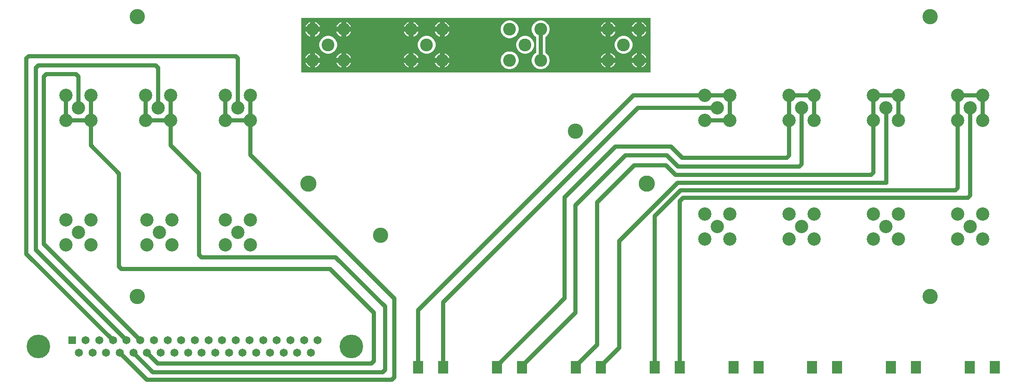
<source format=gbl>
G04*
G04 #@! TF.GenerationSoftware,Altium Limited,Altium Designer,24.1.2 (44)*
G04*
G04 Layer_Physical_Order=2*
G04 Layer_Color=16711680*
%FSLAX43Y43*%
%MOMM*%
G71*
G04*
G04 #@! TF.SameCoordinates,824917EC-EC0E-457F-9D36-E806AB631C10*
G04*
G04*
G04 #@! TF.FilePolarity,Positive*
G04*
G01*
G75*
%ADD22C,0.854*%
%ADD23C,3.100*%
%ADD24C,3.300*%
%ADD25C,2.700*%
%ADD26C,2.600*%
%ADD27R,1.650X1.650*%
%ADD28C,1.650*%
%ADD29C,4.800*%
%ADD30R,2.000X2.500*%
G36*
X127635Y63373D02*
X56769D01*
Y74422D01*
X127635D01*
Y63373D01*
D02*
G37*
%LPC*%
G36*
X125824Y73586D02*
Y72611D01*
X126799D01*
X126701Y72847D01*
X126531Y73102D01*
X126315Y73318D01*
X126060Y73488D01*
X125824Y73586D01*
D02*
G37*
G36*
X124824D02*
X124588Y73488D01*
X124333Y73318D01*
X124117Y73102D01*
X123947Y72847D01*
X123849Y72611D01*
X124824D01*
Y73586D01*
D02*
G37*
G36*
X119524D02*
Y72611D01*
X120499D01*
X120401Y72847D01*
X120231Y73102D01*
X120015Y73318D01*
X119760Y73488D01*
X119524Y73586D01*
D02*
G37*
G36*
X118524D02*
X118288Y73488D01*
X118033Y73318D01*
X117817Y73102D01*
X117647Y72847D01*
X117549Y72611D01*
X118524D01*
Y73586D01*
D02*
G37*
G36*
X85861D02*
Y72611D01*
X86836D01*
X86738Y72847D01*
X86568Y73102D01*
X86352Y73318D01*
X86097Y73488D01*
X85861Y73586D01*
D02*
G37*
G36*
X84861D02*
X84625Y73488D01*
X84371Y73318D01*
X84154Y73102D01*
X83984Y72847D01*
X83886Y72611D01*
X84861D01*
Y73586D01*
D02*
G37*
G36*
X79561D02*
Y72611D01*
X80536D01*
X80438Y72847D01*
X80268Y73102D01*
X80052Y73318D01*
X79797Y73488D01*
X79561Y73586D01*
D02*
G37*
G36*
X78561D02*
X78325Y73488D01*
X78071Y73318D01*
X77854Y73102D01*
X77684Y72847D01*
X77586Y72611D01*
X78561D01*
Y73586D01*
D02*
G37*
G36*
X65880D02*
Y72611D01*
X66855D01*
X66757Y72847D01*
X66587Y73102D01*
X66371Y73318D01*
X66116Y73488D01*
X65880Y73586D01*
D02*
G37*
G36*
X64880D02*
X64644Y73488D01*
X64389Y73318D01*
X64173Y73102D01*
X64003Y72847D01*
X63905Y72611D01*
X64880D01*
Y73586D01*
D02*
G37*
G36*
X59580D02*
Y72611D01*
X60555D01*
X60457Y72847D01*
X60287Y73102D01*
X60071Y73318D01*
X59816Y73488D01*
X59580Y73586D01*
D02*
G37*
G36*
X58580D02*
X58344Y73488D01*
X58089Y73318D01*
X57873Y73102D01*
X57703Y72847D01*
X57605Y72611D01*
X58580D01*
Y73586D01*
D02*
G37*
G36*
X126799Y71611D02*
X125824D01*
Y70636D01*
X126060Y70734D01*
X126315Y70904D01*
X126531Y71120D01*
X126701Y71375D01*
X126799Y71611D01*
D02*
G37*
G36*
X124824D02*
X123849D01*
X123947Y71375D01*
X124117Y71120D01*
X124333Y70904D01*
X124588Y70734D01*
X124824Y70636D01*
Y71611D01*
D02*
G37*
G36*
X120499D02*
X119524D01*
Y70636D01*
X119760Y70734D01*
X120015Y70904D01*
X120231Y71120D01*
X120401Y71375D01*
X120499Y71611D01*
D02*
G37*
G36*
X118524D02*
X117549D01*
X117647Y71375D01*
X117817Y71120D01*
X118033Y70904D01*
X118288Y70734D01*
X118524Y70636D01*
Y71611D01*
D02*
G37*
G36*
X86836D02*
X85861D01*
Y70636D01*
X86097Y70734D01*
X86352Y70904D01*
X86568Y71120D01*
X86738Y71375D01*
X86836Y71611D01*
D02*
G37*
G36*
X84861D02*
X83886D01*
X83984Y71375D01*
X84154Y71120D01*
X84371Y70904D01*
X84625Y70734D01*
X84861Y70636D01*
Y71611D01*
D02*
G37*
G36*
X80536D02*
X79561D01*
Y70636D01*
X79797Y70734D01*
X80052Y70904D01*
X80268Y71120D01*
X80438Y71375D01*
X80536Y71611D01*
D02*
G37*
G36*
X78561D02*
X77586D01*
X77684Y71375D01*
X77854Y71120D01*
X78071Y70904D01*
X78325Y70734D01*
X78561Y70636D01*
Y71611D01*
D02*
G37*
G36*
X66855D02*
X65880D01*
Y70636D01*
X66116Y70734D01*
X66371Y70904D01*
X66587Y71120D01*
X66757Y71375D01*
X66855Y71611D01*
D02*
G37*
G36*
X64880D02*
X63905D01*
X64003Y71375D01*
X64173Y71120D01*
X64389Y70904D01*
X64644Y70734D01*
X64880Y70636D01*
Y71611D01*
D02*
G37*
G36*
X60555D02*
X59580D01*
Y70636D01*
X59816Y70734D01*
X60071Y70904D01*
X60287Y71120D01*
X60457Y71375D01*
X60555Y71611D01*
D02*
G37*
G36*
X58580D02*
X57605D01*
X57703Y71375D01*
X57873Y71120D01*
X58089Y70904D01*
X58344Y70734D01*
X58580Y70636D01*
Y71611D01*
D02*
G37*
G36*
X99220Y73911D02*
X98865D01*
X98518Y73842D01*
X98190Y73706D01*
X97895Y73509D01*
X97645Y73258D01*
X97448Y72964D01*
X97312Y72636D01*
X97243Y72288D01*
Y71934D01*
X97312Y71586D01*
X97448Y71258D01*
X97645Y70964D01*
X97895Y70713D01*
X98190Y70516D01*
X98518Y70380D01*
X98865Y70311D01*
X99220D01*
X99568Y70380D01*
X99895Y70516D01*
X100190Y70713D01*
X100441Y70964D01*
X100638Y71258D01*
X100773Y71586D01*
X100843Y71934D01*
Y72288D01*
X100773Y72636D01*
X100638Y72964D01*
X100441Y73258D01*
X100190Y73509D01*
X99895Y73706D01*
X99568Y73842D01*
X99220Y73911D01*
D02*
G37*
G36*
X122351Y70761D02*
X121997D01*
X121649Y70692D01*
X121321Y70556D01*
X121027Y70359D01*
X120776Y70108D01*
X120579Y69814D01*
X120443Y69486D01*
X120374Y69138D01*
Y68784D01*
X120443Y68436D01*
X120579Y68108D01*
X120776Y67814D01*
X121027Y67563D01*
X121321Y67366D01*
X121649Y67230D01*
X121997Y67161D01*
X122351D01*
X122699Y67230D01*
X123027Y67366D01*
X123321Y67563D01*
X123572Y67814D01*
X123769Y68108D01*
X123905Y68436D01*
X123974Y68784D01*
Y69138D01*
X123905Y69486D01*
X123769Y69814D01*
X123572Y70108D01*
X123321Y70359D01*
X123027Y70556D01*
X122699Y70692D01*
X122351Y70761D01*
D02*
G37*
G36*
X102370D02*
X102015D01*
X101668Y70692D01*
X101340Y70556D01*
X101045Y70359D01*
X100795Y70108D01*
X100598Y69814D01*
X100462Y69486D01*
X100393Y69138D01*
Y68784D01*
X100462Y68436D01*
X100598Y68108D01*
X100795Y67814D01*
X101045Y67563D01*
X101340Y67366D01*
X101668Y67230D01*
X102015Y67161D01*
X102370D01*
X102718Y67230D01*
X103045Y67366D01*
X103340Y67563D01*
X103591Y67814D01*
X103788Y68108D01*
X103923Y68436D01*
X103993Y68784D01*
Y69138D01*
X103923Y69486D01*
X103788Y69814D01*
X103591Y70108D01*
X103340Y70359D01*
X103045Y70556D01*
X102718Y70692D01*
X102370Y70761D01*
D02*
G37*
G36*
X82389D02*
X82034D01*
X81686Y70692D01*
X81359Y70556D01*
X81064Y70359D01*
X80813Y70108D01*
X80616Y69814D01*
X80480Y69486D01*
X80411Y69138D01*
Y68784D01*
X80480Y68436D01*
X80616Y68108D01*
X80813Y67814D01*
X81064Y67563D01*
X81359Y67366D01*
X81686Y67230D01*
X82034Y67161D01*
X82389D01*
X82736Y67230D01*
X83064Y67366D01*
X83359Y67563D01*
X83609Y67814D01*
X83806Y68108D01*
X83942Y68436D01*
X84011Y68784D01*
Y69138D01*
X83942Y69486D01*
X83806Y69814D01*
X83609Y70108D01*
X83359Y70359D01*
X83064Y70556D01*
X82736Y70692D01*
X82389Y70761D01*
D02*
G37*
G36*
X62407D02*
X62053D01*
X61705Y70692D01*
X61377Y70556D01*
X61083Y70359D01*
X60832Y70108D01*
X60635Y69814D01*
X60499Y69486D01*
X60430Y69138D01*
Y68784D01*
X60499Y68436D01*
X60635Y68108D01*
X60832Y67814D01*
X61083Y67563D01*
X61377Y67366D01*
X61705Y67230D01*
X62053Y67161D01*
X62407D01*
X62755Y67230D01*
X63083Y67366D01*
X63377Y67563D01*
X63628Y67814D01*
X63825Y68108D01*
X63961Y68436D01*
X64030Y68784D01*
Y69138D01*
X63961Y69486D01*
X63825Y69814D01*
X63628Y70108D01*
X63377Y70359D01*
X63083Y70556D01*
X62755Y70692D01*
X62407Y70761D01*
D02*
G37*
G36*
X125824Y67286D02*
Y66311D01*
X126799D01*
X126701Y66547D01*
X126531Y66802D01*
X126315Y67018D01*
X126060Y67188D01*
X125824Y67286D01*
D02*
G37*
G36*
X124824D02*
X124588Y67188D01*
X124333Y67018D01*
X124117Y66802D01*
X123947Y66547D01*
X123849Y66311D01*
X124824D01*
Y67286D01*
D02*
G37*
G36*
X119524D02*
Y66311D01*
X120499D01*
X120401Y66547D01*
X120231Y66802D01*
X120015Y67018D01*
X119760Y67188D01*
X119524Y67286D01*
D02*
G37*
G36*
X118524D02*
X118288Y67188D01*
X118033Y67018D01*
X117817Y66802D01*
X117647Y66547D01*
X117549Y66311D01*
X118524D01*
Y67286D01*
D02*
G37*
G36*
X85861D02*
Y66311D01*
X86836D01*
X86738Y66547D01*
X86568Y66802D01*
X86352Y67018D01*
X86097Y67188D01*
X85861Y67286D01*
D02*
G37*
G36*
X84861D02*
X84625Y67188D01*
X84371Y67018D01*
X84154Y66802D01*
X83984Y66547D01*
X83886Y66311D01*
X84861D01*
Y67286D01*
D02*
G37*
G36*
X79561D02*
Y66311D01*
X80536D01*
X80438Y66547D01*
X80268Y66802D01*
X80052Y67018D01*
X79797Y67188D01*
X79561Y67286D01*
D02*
G37*
G36*
X78561D02*
X78325Y67188D01*
X78071Y67018D01*
X77854Y66802D01*
X77684Y66547D01*
X77586Y66311D01*
X78561D01*
Y67286D01*
D02*
G37*
G36*
X65880D02*
Y66311D01*
X66855D01*
X66757Y66547D01*
X66587Y66802D01*
X66371Y67018D01*
X66116Y67188D01*
X65880Y67286D01*
D02*
G37*
G36*
X64880D02*
X64644Y67188D01*
X64389Y67018D01*
X64173Y66802D01*
X64003Y66547D01*
X63905Y66311D01*
X64880D01*
Y67286D01*
D02*
G37*
G36*
X59580D02*
Y66311D01*
X60555D01*
X60457Y66547D01*
X60287Y66802D01*
X60071Y67018D01*
X59816Y67188D01*
X59580Y67286D01*
D02*
G37*
G36*
X58580D02*
X58344Y67188D01*
X58089Y67018D01*
X57873Y66802D01*
X57703Y66547D01*
X57605Y66311D01*
X58580D01*
Y67286D01*
D02*
G37*
G36*
X126799Y65311D02*
X125824D01*
Y64336D01*
X126060Y64434D01*
X126315Y64604D01*
X126531Y64820D01*
X126701Y65075D01*
X126799Y65311D01*
D02*
G37*
G36*
X124824D02*
X123849D01*
X123947Y65075D01*
X124117Y64820D01*
X124333Y64604D01*
X124588Y64434D01*
X124824Y64336D01*
Y65311D01*
D02*
G37*
G36*
X120499D02*
X119524D01*
Y64336D01*
X119760Y64434D01*
X120015Y64604D01*
X120231Y64820D01*
X120401Y65075D01*
X120499Y65311D01*
D02*
G37*
G36*
X118524D02*
X117549D01*
X117647Y65075D01*
X117817Y64820D01*
X118033Y64604D01*
X118288Y64434D01*
X118524Y64336D01*
Y65311D01*
D02*
G37*
G36*
X86836D02*
X85861D01*
Y64336D01*
X86097Y64434D01*
X86352Y64604D01*
X86568Y64820D01*
X86738Y65075D01*
X86836Y65311D01*
D02*
G37*
G36*
X84861D02*
X83886D01*
X83984Y65075D01*
X84154Y64820D01*
X84371Y64604D01*
X84625Y64434D01*
X84861Y64336D01*
Y65311D01*
D02*
G37*
G36*
X80536D02*
X79561D01*
Y64336D01*
X79797Y64434D01*
X80052Y64604D01*
X80268Y64820D01*
X80438Y65075D01*
X80536Y65311D01*
D02*
G37*
G36*
X78561D02*
X77586D01*
X77684Y65075D01*
X77854Y64820D01*
X78071Y64604D01*
X78325Y64434D01*
X78561Y64336D01*
Y65311D01*
D02*
G37*
G36*
X66855D02*
X65880D01*
Y64336D01*
X66116Y64434D01*
X66371Y64604D01*
X66587Y64820D01*
X66757Y65075D01*
X66855Y65311D01*
D02*
G37*
G36*
X64880D02*
X63905D01*
X64003Y65075D01*
X64173Y64820D01*
X64389Y64604D01*
X64644Y64434D01*
X64880Y64336D01*
Y65311D01*
D02*
G37*
G36*
X60555D02*
X59580D01*
Y64336D01*
X59816Y64434D01*
X60071Y64604D01*
X60287Y64820D01*
X60457Y65075D01*
X60555Y65311D01*
D02*
G37*
G36*
X58580D02*
X57605D01*
X57703Y65075D01*
X57873Y64820D01*
X58089Y64604D01*
X58344Y64434D01*
X58580Y64336D01*
Y65311D01*
D02*
G37*
G36*
X105520Y73911D02*
X105165D01*
X104818Y73842D01*
X104490Y73706D01*
X104195Y73509D01*
X103945Y73258D01*
X103748Y72964D01*
X103612Y72636D01*
X103543Y72288D01*
Y71934D01*
X103612Y71586D01*
X103748Y71258D01*
X103945Y70964D01*
X104195Y70713D01*
X104408Y70571D01*
Y67351D01*
X104195Y67209D01*
X103945Y66958D01*
X103748Y66664D01*
X103612Y66336D01*
X103543Y65988D01*
Y65634D01*
X103612Y65286D01*
X103748Y64958D01*
X103945Y64664D01*
X104195Y64413D01*
X104490Y64216D01*
X104818Y64080D01*
X105165Y64011D01*
X105520D01*
X105868Y64080D01*
X106195Y64216D01*
X106490Y64413D01*
X106741Y64664D01*
X106938Y64958D01*
X107073Y65286D01*
X107143Y65634D01*
Y65988D01*
X107073Y66336D01*
X106938Y66664D01*
X106741Y66958D01*
X106490Y67209D01*
X106278Y67351D01*
Y70571D01*
X106490Y70713D01*
X106741Y70964D01*
X106938Y71258D01*
X107073Y71586D01*
X107143Y71934D01*
Y72288D01*
X107073Y72636D01*
X106938Y72964D01*
X106741Y73258D01*
X106490Y73509D01*
X106195Y73706D01*
X105868Y73842D01*
X105520Y73911D01*
D02*
G37*
G36*
X99220Y67611D02*
X98865D01*
X98518Y67542D01*
X98190Y67406D01*
X97895Y67209D01*
X97645Y66958D01*
X97448Y66664D01*
X97312Y66336D01*
X97243Y65988D01*
Y65634D01*
X97312Y65286D01*
X97448Y64958D01*
X97645Y64664D01*
X97895Y64413D01*
X98190Y64216D01*
X98518Y64080D01*
X98865Y64011D01*
X99220D01*
X99568Y64080D01*
X99895Y64216D01*
X100190Y64413D01*
X100441Y64664D01*
X100638Y64958D01*
X100773Y65286D01*
X100843Y65634D01*
Y65988D01*
X100773Y66336D01*
X100638Y66664D01*
X100441Y66958D01*
X100190Y67209D01*
X99895Y67406D01*
X99568Y67542D01*
X99220Y67611D01*
D02*
G37*
%LPD*%
D22*
X195072Y53594D02*
Y58674D01*
X189992D02*
X195072D01*
X189992Y53594D02*
Y58674D01*
X189992Y58674D01*
X177969Y53594D02*
Y58674D01*
X172889D02*
X177969D01*
X172889Y53594D02*
Y58674D01*
X172889Y58674D01*
X160867Y53594D02*
Y58674D01*
X155787D02*
X160867D01*
X155787Y53594D02*
Y58674D01*
X155787Y58674D01*
X138684Y53594D02*
X143764D01*
X143764Y53594D01*
Y58674D01*
X138684D02*
X143764D01*
X85598Y16637D02*
X125095Y56134D01*
X85598Y3429D02*
Y16637D01*
X125095Y56134D02*
X141224D01*
X120523Y48260D02*
X131826D01*
X110236Y37973D02*
X120523Y48260D01*
X110236Y17413D02*
Y37973D01*
X122555Y46482D02*
X130937D01*
X112395Y36322D02*
X122555Y46482D01*
X112395Y14492D02*
Y36322D01*
X116787Y7980D02*
Y36904D01*
X124333Y44450D02*
X130810D01*
X116787Y36904D02*
X124333Y44450D01*
X80518Y14986D02*
X124206Y58674D01*
X138684D01*
X80518Y3429D02*
Y14986D01*
X96502Y3679D02*
X110236Y17413D01*
X96502Y3429D02*
Y3679D01*
X155787Y46474D02*
Y53594D01*
X155286Y45974D02*
X155787Y46474D01*
X134112Y45974D02*
X155286D01*
X131826Y48260D02*
X134112Y45974D01*
X158327Y44696D02*
Y56134D01*
X133223Y44196D02*
X157826D01*
X158327Y44696D01*
X192532Y56134D02*
X192532Y56134D01*
X175429Y56134D02*
X175472Y56092D01*
X132715Y42545D02*
X172389D01*
X172889Y43045D02*
Y53594D01*
X172389Y42545D02*
X172889Y43045D01*
X46482Y53594D02*
Y58674D01*
X46482Y53594D02*
X46482Y53594D01*
X41402Y53594D02*
X46482D01*
X41402Y53594D02*
Y58674D01*
X41402Y53594D02*
X41402Y53594D01*
X30277D02*
Y58674D01*
X30277Y53594D02*
X30277Y53594D01*
X25197Y53594D02*
X30277D01*
X25197Y53594D02*
Y58674D01*
X25197Y53594D02*
X25197Y53594D01*
X8992D02*
Y58674D01*
X14072Y53594D02*
Y58674D01*
X14072Y53594D02*
X14072Y53594D01*
X8992Y53594D02*
X14072D01*
X46482Y46609D02*
X75692Y17399D01*
X46482Y46609D02*
Y53594D01*
X4572Y28417D02*
Y62492D01*
X5072Y62992D01*
X11031D01*
X11532Y62492D01*
Y56134D02*
Y62492D01*
X2921Y27298D02*
Y64270D01*
X27237Y64770D02*
X27737Y64270D01*
Y56134D02*
Y64270D01*
X2921D02*
X3421Y64770D01*
X27237D01*
X1016Y26433D02*
Y66175D01*
X1516Y66675D01*
X43442D02*
X43942Y66175D01*
Y56134D02*
Y66175D01*
X1516Y66675D02*
X43442D01*
X101582Y3429D02*
Y3679D01*
X112395Y14492D01*
X130937Y46482D02*
X133223Y44196D01*
X130810Y44450D02*
X132715Y42545D01*
X128470Y34109D02*
X133731Y39370D01*
X128470Y3429D02*
Y34109D01*
X117566Y3679D02*
X121285Y7398D01*
Y29072D01*
X117566Y3429D02*
Y3679D01*
X133144Y40931D02*
X175472D01*
X121285Y29072D02*
X133144Y40931D01*
X175472D02*
Y56092D01*
X112486Y3429D02*
Y3679D01*
X116787Y7980D01*
X134231Y37846D02*
X192032D01*
X133731Y39370D02*
X189492D01*
X133550Y37164D02*
X134231Y37846D01*
X133550Y3429D02*
Y37164D01*
X189492Y39370D02*
X189992Y39870D01*
Y52705D01*
X192032Y37846D02*
X192532Y38346D01*
Y56134D01*
X189992Y52705D02*
X189992Y52705D01*
X105343Y65811D02*
Y72111D01*
X25484Y6350D02*
X27643Y4191D01*
X71001D01*
X71501Y4691D02*
Y14478D01*
X71001Y4191D02*
X71501Y4691D01*
X22714Y6350D02*
X26651Y2413D01*
X75692Y1397D02*
Y17399D01*
X75184Y889D02*
X75692Y1397D01*
X19944Y6350D02*
X25405Y889D01*
X75184D01*
X26651Y2413D02*
X73279D01*
X62611Y23368D02*
X71501Y14478D01*
X20312Y23368D02*
X62611D01*
X19812Y23868D02*
X20312Y23368D01*
X19812Y23868D02*
Y42774D01*
X14072Y48514D02*
X19812Y42774D01*
X73279Y2413D02*
X73787Y2921D01*
Y15748D01*
X63754Y25781D02*
X73787Y15748D01*
X36068Y26281D02*
X36568Y25781D01*
X63754D01*
X36068Y26281D02*
Y42723D01*
X30277Y48514D02*
X36068Y42723D01*
X1016Y26433D02*
X18559Y8890D01*
X4572Y28417D02*
X24099Y8890D01*
X2921Y27298D02*
X21329Y8890D01*
X14072Y48514D02*
Y53594D01*
X14072Y48514D02*
X14072Y48514D01*
X30277Y48514D02*
X30277Y48514D01*
Y53594D01*
D23*
X23495Y17780D02*
D03*
X184404D02*
D03*
Y74676D02*
D03*
X23495D02*
D03*
X112395Y51435D02*
D03*
X72847Y30226D02*
D03*
D24*
X58242Y40716D02*
D03*
X126873D02*
D03*
D25*
X189992Y53594D02*
D03*
X189992Y58674D02*
D03*
X195072D02*
D03*
Y53594D02*
D03*
X192532Y56134D02*
D03*
X172889Y53594D02*
D03*
X172889Y58674D02*
D03*
X177969D02*
D03*
Y53594D02*
D03*
X175429Y56134D02*
D03*
X155787Y53594D02*
D03*
X155787Y58674D02*
D03*
X160867D02*
D03*
Y53594D02*
D03*
X158327Y56134D02*
D03*
X138684Y53594D02*
D03*
X138684Y58674D02*
D03*
X143764D02*
D03*
Y53594D02*
D03*
X141224Y56134D02*
D03*
X14072Y58674D02*
D03*
X14072Y53594D02*
D03*
X8992D02*
D03*
Y58674D02*
D03*
X11532Y56134D02*
D03*
X25197Y53594D02*
D03*
X25197Y58674D02*
D03*
X30277D02*
D03*
Y53594D02*
D03*
X27737Y56134D02*
D03*
X41402Y53594D02*
D03*
X41402Y58674D02*
D03*
X46482D02*
D03*
Y53594D02*
D03*
X43942Y56134D02*
D03*
X189992Y29464D02*
D03*
X189992Y34544D02*
D03*
X195072D02*
D03*
Y29464D02*
D03*
X192532Y32004D02*
D03*
X172889Y29464D02*
D03*
X172889Y34544D02*
D03*
X177969D02*
D03*
Y29464D02*
D03*
X175429Y32004D02*
D03*
X155787Y29464D02*
D03*
X155787Y34544D02*
D03*
X160867D02*
D03*
Y29464D02*
D03*
X158327Y32004D02*
D03*
X138684Y29464D02*
D03*
X138684Y34544D02*
D03*
X143764D02*
D03*
Y29464D02*
D03*
X141224Y32004D02*
D03*
X46482Y33401D02*
D03*
X46482Y28321D02*
D03*
X41402D02*
D03*
Y33401D02*
D03*
X43942Y30861D02*
D03*
X30531Y33401D02*
D03*
X30531Y28321D02*
D03*
X25451D02*
D03*
Y33401D02*
D03*
X27991Y30861D02*
D03*
X8992Y28321D02*
D03*
X8992Y33401D02*
D03*
X14072D02*
D03*
Y28321D02*
D03*
X11532Y30861D02*
D03*
D26*
X122174Y68961D02*
D03*
X125324Y72111D02*
D03*
Y65811D02*
D03*
X119024D02*
D03*
Y72111D02*
D03*
X82211Y68961D02*
D03*
X85361Y72111D02*
D03*
Y65811D02*
D03*
X79061D02*
D03*
Y72111D02*
D03*
X102193Y68961D02*
D03*
X105343Y72111D02*
D03*
Y65811D02*
D03*
X99043D02*
D03*
Y72111D02*
D03*
X62230Y68961D02*
D03*
X65380Y72111D02*
D03*
Y65811D02*
D03*
X59080D02*
D03*
Y72111D02*
D03*
D27*
X10249Y8890D02*
D03*
D28*
X13019D02*
D03*
X15789D02*
D03*
X18559D02*
D03*
X21329D02*
D03*
X24099D02*
D03*
X26869D02*
D03*
X29639D02*
D03*
X32409D02*
D03*
X35179D02*
D03*
X37949D02*
D03*
X40719D02*
D03*
X43489D02*
D03*
X46259D02*
D03*
X49029D02*
D03*
X51799D02*
D03*
X54569D02*
D03*
X57339D02*
D03*
X60109D02*
D03*
X11634Y6350D02*
D03*
X14404D02*
D03*
X17174D02*
D03*
X19944D02*
D03*
X22714D02*
D03*
X25484D02*
D03*
X28254D02*
D03*
X31024D02*
D03*
X33794D02*
D03*
X36564D02*
D03*
X39334D02*
D03*
X42104D02*
D03*
X44874D02*
D03*
X47644D02*
D03*
X50414D02*
D03*
X53184D02*
D03*
X55954D02*
D03*
X58724D02*
D03*
D29*
X3429Y7620D02*
D03*
X66929D02*
D03*
D30*
X197485Y3429D02*
D03*
X192405D02*
D03*
X133550D02*
D03*
X128470D02*
D03*
X117566D02*
D03*
X112486D02*
D03*
X181501D02*
D03*
X176421D02*
D03*
X101582D02*
D03*
X96502D02*
D03*
X165517D02*
D03*
X160437D02*
D03*
X85598D02*
D03*
X80518D02*
D03*
X149533D02*
D03*
X144453D02*
D03*
M02*

</source>
